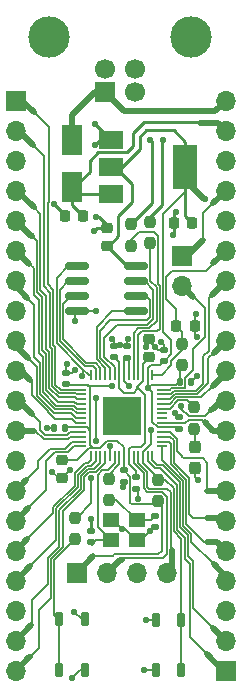
<source format=gbr>
%TF.GenerationSoftware,KiCad,Pcbnew,(6.0.11)*%
%TF.CreationDate,2024-02-23T21:15:20-06:00*%
%TF.ProjectId,PicoAlt,5069636f-416c-4742-9e6b-696361645f70,rev?*%
%TF.SameCoordinates,Original*%
%TF.FileFunction,Copper,L1,Top*%
%TF.FilePolarity,Positive*%
%FSLAX46Y46*%
G04 Gerber Fmt 4.6, Leading zero omitted, Abs format (unit mm)*
G04 Created by KiCad (PCBNEW (6.0.11)) date 2024-02-23 21:15:20*
%MOMM*%
%LPD*%
G01*
G04 APERTURE LIST*
G04 Aperture macros list*
%AMRoundRect*
0 Rectangle with rounded corners*
0 $1 Rounding radius*
0 $2 $3 $4 $5 $6 $7 $8 $9 X,Y pos of 4 corners*
0 Add a 4 corners polygon primitive as box body*
4,1,4,$2,$3,$4,$5,$6,$7,$8,$9,$2,$3,0*
0 Add four circle primitives for the rounded corners*
1,1,$1+$1,$2,$3*
1,1,$1+$1,$4,$5*
1,1,$1+$1,$6,$7*
1,1,$1+$1,$8,$9*
0 Add four rect primitives between the rounded corners*
20,1,$1+$1,$2,$3,$4,$5,0*
20,1,$1+$1,$4,$5,$6,$7,0*
20,1,$1+$1,$6,$7,$8,$9,0*
20,1,$1+$1,$8,$9,$2,$3,0*%
G04 Aperture macros list end*
%TA.AperFunction,SMDPad,CuDef*%
%ADD10R,1.400000X1.200000*%
%TD*%
%TA.AperFunction,SMDPad,CuDef*%
%ADD11RoundRect,0.140000X0.140000X0.170000X-0.140000X0.170000X-0.140000X-0.170000X0.140000X-0.170000X0*%
%TD*%
%TA.AperFunction,ComponentPad*%
%ADD12R,1.700000X1.700000*%
%TD*%
%TA.AperFunction,ComponentPad*%
%ADD13C,1.700000*%
%TD*%
%TA.AperFunction,ComponentPad*%
%ADD14C,3.500000*%
%TD*%
%TA.AperFunction,SMDPad,CuDef*%
%ADD15RoundRect,0.237500X-0.237500X0.250000X-0.237500X-0.250000X0.237500X-0.250000X0.237500X0.250000X0*%
%TD*%
%TA.AperFunction,SMDPad,CuDef*%
%ADD16RoundRect,0.225000X0.225000X0.250000X-0.225000X0.250000X-0.225000X-0.250000X0.225000X-0.250000X0*%
%TD*%
%TA.AperFunction,SMDPad,CuDef*%
%ADD17RoundRect,0.237500X0.237500X-0.250000X0.237500X0.250000X-0.237500X0.250000X-0.237500X-0.250000X0*%
%TD*%
%TA.AperFunction,SMDPad,CuDef*%
%ADD18RoundRect,0.140000X0.170000X-0.140000X0.170000X0.140000X-0.170000X0.140000X-0.170000X-0.140000X0*%
%TD*%
%TA.AperFunction,SMDPad,CuDef*%
%ADD19RoundRect,0.225000X0.250000X-0.225000X0.250000X0.225000X-0.250000X0.225000X-0.250000X-0.225000X0*%
%TD*%
%TA.AperFunction,SMDPad,CuDef*%
%ADD20R,2.000000X1.500000*%
%TD*%
%TA.AperFunction,SMDPad,CuDef*%
%ADD21R,2.000000X3.800000*%
%TD*%
%TA.AperFunction,ComponentPad*%
%ADD22O,1.700000X1.700000*%
%TD*%
%TA.AperFunction,SMDPad,CuDef*%
%ADD23R,1.800000X2.500000*%
%TD*%
%TA.AperFunction,SMDPad,CuDef*%
%ADD24RoundRect,0.162500X0.162500X-0.437500X0.162500X0.437500X-0.162500X0.437500X-0.162500X-0.437500X0*%
%TD*%
%TA.AperFunction,SMDPad,CuDef*%
%ADD25RoundRect,0.237500X0.237500X-0.287500X0.237500X0.287500X-0.237500X0.287500X-0.237500X-0.287500X0*%
%TD*%
%TA.AperFunction,SMDPad,CuDef*%
%ADD26RoundRect,0.140000X-0.140000X-0.170000X0.140000X-0.170000X0.140000X0.170000X-0.140000X0.170000X0*%
%TD*%
%TA.AperFunction,SMDPad,CuDef*%
%ADD27RoundRect,0.225000X-0.225000X-0.250000X0.225000X-0.250000X0.225000X0.250000X-0.225000X0.250000X0*%
%TD*%
%TA.AperFunction,SMDPad,CuDef*%
%ADD28RoundRect,0.150000X-0.825000X-0.150000X0.825000X-0.150000X0.825000X0.150000X-0.825000X0.150000X0*%
%TD*%
%TA.AperFunction,SMDPad,CuDef*%
%ADD29RoundRect,0.140000X-0.170000X0.140000X-0.170000X-0.140000X0.170000X-0.140000X0.170000X0.140000X0*%
%TD*%
%TA.AperFunction,SMDPad,CuDef*%
%ADD30RoundRect,0.050000X-0.387500X-0.050000X0.387500X-0.050000X0.387500X0.050000X-0.387500X0.050000X0*%
%TD*%
%TA.AperFunction,SMDPad,CuDef*%
%ADD31RoundRect,0.050000X-0.050000X-0.387500X0.050000X-0.387500X0.050000X0.387500X-0.050000X0.387500X0*%
%TD*%
%TA.AperFunction,SMDPad,CuDef*%
%ADD32R,3.200000X3.200000*%
%TD*%
%TA.AperFunction,SMDPad,CuDef*%
%ADD33RoundRect,0.225000X-0.250000X0.225000X-0.250000X-0.225000X0.250000X-0.225000X0.250000X0.225000X0*%
%TD*%
%TA.AperFunction,ViaPad*%
%ADD34C,0.550000*%
%TD*%
%TA.AperFunction,Conductor*%
%ADD35C,0.250000*%
%TD*%
%TA.AperFunction,Conductor*%
%ADD36C,0.130000*%
%TD*%
%TA.AperFunction,Conductor*%
%ADD37C,0.500000*%
%TD*%
G04 APERTURE END LIST*
D10*
%TO.P,Y1,1,1*%
%TO.N,Net-(C16-Pad2)*%
X147720000Y-115960000D03*
%TO.P,Y1,2,2*%
%TO.N,GND*%
X149920000Y-115960000D03*
%TO.P,Y1,3,3*%
%TO.N,Net-(C17-Pad2)*%
X149920000Y-114260000D03*
%TO.P,Y1,4,4*%
%TO.N,GND*%
X147720000Y-114260000D03*
%TD*%
D11*
%TO.P,C13,1*%
%TO.N,+3.3V*%
X143870000Y-106430000D03*
%TO.P,C13,2*%
%TO.N,GND*%
X142910000Y-106430000D03*
%TD*%
D12*
%TO.P,J2,1,VBUS*%
%TO.N,VBUS*%
X147290000Y-78040000D03*
D13*
%TO.P,J2,2,D-*%
%TO.N,Net-(J2-Pad2)*%
X149790000Y-78040000D03*
%TO.P,J2,3,D+*%
%TO.N,Net-(J2-Pad3)*%
X149790000Y-76040000D03*
%TO.P,J2,4,GND*%
%TO.N,GND*%
X147290000Y-76040000D03*
D14*
%TO.P,J2,5,Shield*%
X154560000Y-73330000D03*
X142520000Y-73330000D03*
%TD*%
D15*
%TO.P,R9,1*%
%TO.N,QSPISS*%
X144730000Y-114067500D03*
%TO.P,R9,2*%
%TO.N,Net-(R9-Pad2)*%
X144730000Y-115892500D03*
%TD*%
D16*
%TO.P,C12,1*%
%TO.N,+3.3V*%
X154635000Y-89130000D03*
%TO.P,C12,2*%
%TO.N,GND*%
X153085000Y-89130000D03*
%TD*%
D17*
%TO.P,R1,1*%
%TO.N,Net-(D1-Pad2)*%
X154820000Y-106532500D03*
%TO.P,R1,2*%
%TO.N,GPIO25*%
X154820000Y-104707500D03*
%TD*%
%TO.P,R3,1*%
%TO.N,USBP*%
X151040000Y-90802500D03*
%TO.P,R3,2*%
%TO.N,Net-(J2-Pad3)*%
X151040000Y-88977500D03*
%TD*%
D18*
%TO.P,C1,1*%
%TO.N,+3.3V*%
X149080000Y-100490000D03*
%TO.P,C1,2*%
%TO.N,GND*%
X149080000Y-99530000D03*
%TD*%
D19*
%TO.P,C10,1*%
%TO.N,+1V1*%
X150990000Y-100475000D03*
%TO.P,C10,2*%
%TO.N,GND*%
X150990000Y-98925000D03*
%TD*%
D15*
%TO.P,R6,1*%
%TO.N,RUN*%
X151720000Y-110817500D03*
%TO.P,R6,2*%
%TO.N,+3.3V*%
X151720000Y-112642500D03*
%TD*%
D20*
%TO.P,U1,1,GND*%
%TO.N,GND*%
X147730000Y-82050000D03*
%TO.P,U1,2,VO*%
%TO.N,+3.3V*%
X147730000Y-84350000D03*
D21*
X154030000Y-84350000D03*
D20*
%TO.P,U1,3,VI*%
%TO.N,+5V*%
X147730000Y-86650000D03*
%TD*%
D12*
%TO.P,J3,1,Pin_1*%
%TO.N,+3.3V*%
X144850000Y-118740000D03*
D22*
%TO.P,J3,2,Pin_2*%
%TO.N,Net-(J3-Pad2)*%
X147390000Y-118740000D03*
%TO.P,J3,3,Pin_3*%
%TO.N,GND*%
X149930000Y-118740000D03*
%TO.P,J3,4,Pin_4*%
%TO.N,Net-(J3-Pad4)*%
X152470000Y-118740000D03*
%TD*%
D16*
%TO.P,C4,1*%
%TO.N,+5V*%
X145385000Y-88470000D03*
%TO.P,C4,2*%
%TO.N,GND*%
X143835000Y-88470000D03*
%TD*%
D23*
%TO.P,D2,1,K*%
%TO.N,+5V*%
X144500000Y-86070000D03*
%TO.P,D2,2,A*%
%TO.N,VBUS*%
X144500000Y-82070000D03*
%TD*%
D15*
%TO.P,R7,1*%
%TO.N,ADCVREF*%
X153790000Y-99327500D03*
%TO.P,R7,2*%
%TO.N,+3.3V*%
X153790000Y-101152500D03*
%TD*%
D17*
%TO.P,R5,1*%
%TO.N,Net-(C17-Pad2)*%
X147590000Y-112562500D03*
%TO.P,R5,2*%
%TO.N,Net-(R5-Pad2)*%
X147590000Y-110737500D03*
%TD*%
D24*
%TO.P,SW1,1,1*%
%TO.N,GND*%
X151565000Y-126970000D03*
X151565000Y-122670000D03*
%TO.P,SW1,2,2*%
%TO.N,RUN*%
X153715000Y-122670000D03*
X153715000Y-126970000D03*
%TD*%
D25*
%TO.P,D1,1,K*%
%TO.N,GND*%
X154860000Y-109825000D03*
%TO.P,D1,2,A*%
%TO.N,Net-(D1-Pad2)*%
X154860000Y-108075000D03*
%TD*%
D26*
%TO.P,C8,1*%
%TO.N,+3.3V*%
X153570000Y-102530000D03*
%TO.P,C8,2*%
%TO.N,GND*%
X154530000Y-102530000D03*
%TD*%
D19*
%TO.P,C15,1*%
%TO.N,+3.3V*%
X147450000Y-91065000D03*
%TO.P,C15,2*%
%TO.N,GND*%
X147450000Y-89515000D03*
%TD*%
D27*
%TO.P,C18,1*%
%TO.N,ADCVREF*%
X153285000Y-97790000D03*
%TO.P,C18,2*%
%TO.N,GND*%
X154835000Y-97790000D03*
%TD*%
D12*
%TO.P,JP1,1,A*%
%TO.N,Net-(J5-Pad17)*%
X153740000Y-91850000D03*
D22*
%TO.P,JP1,2,B*%
%TO.N,GPIO29*%
X153740000Y-94390000D03*
%TD*%
D28*
%TO.P,U2,1,/CS*%
%TO.N,QSPISS*%
X144915000Y-92765000D03*
%TO.P,U2,2,DO(IO1)*%
%TO.N,QSPISD1*%
X144915000Y-94035000D03*
%TO.P,U2,3,IO2*%
%TO.N,QSPISD2*%
X144915000Y-95305000D03*
%TO.P,U2,4,GND*%
%TO.N,GND*%
X144915000Y-96575000D03*
%TO.P,U2,5,DI(IO0)*%
%TO.N,QSPISD0*%
X149865000Y-96575000D03*
%TO.P,U2,6,CLK*%
%TO.N,QSPICLK*%
X149865000Y-95305000D03*
%TO.P,U2,7,IO*%
%TO.N,QSPISD3*%
X149865000Y-94035000D03*
%TO.P,U2,8,VCC*%
%TO.N,+3.3V*%
X149865000Y-92765000D03*
%TD*%
D12*
%TO.P,J5,1,Pin_1*%
%TO.N,GPIO16*%
X157480000Y-127000000D03*
D22*
%TO.P,J5,2,Pin_2*%
%TO.N,GPIO17*%
X157480000Y-124460000D03*
%TO.P,J5,3,Pin_3*%
%TO.N,GND*%
X157480000Y-121920000D03*
%TO.P,J5,4,Pin_4*%
%TO.N,GPIO18*%
X157480000Y-119380000D03*
%TO.P,J5,5,Pin_5*%
%TO.N,GPIO19*%
X157480000Y-116840000D03*
%TO.P,J5,6,Pin_6*%
%TO.N,GPIO20*%
X157480000Y-114300000D03*
%TO.P,J5,7,Pin_7*%
%TO.N,GPIO21*%
X157480000Y-111760000D03*
%TO.P,J5,8,Pin_8*%
%TO.N,GND*%
X157480000Y-109220000D03*
%TO.P,J5,9,Pin_9*%
%TO.N,GPIO22*%
X157480000Y-106680000D03*
%TO.P,J5,10,Pin_10*%
%TO.N,RUN*%
X157480000Y-104140000D03*
%TO.P,J5,11,Pin_11*%
%TO.N,GPIO26*%
X157480000Y-101600000D03*
%TO.P,J5,12,Pin_12*%
%TO.N,GPIO27*%
X157480000Y-99060000D03*
%TO.P,J5,13,Pin_13*%
%TO.N,GND*%
X157480000Y-96520000D03*
%TO.P,J5,14,Pin_14*%
%TO.N,GPIO28*%
X157480000Y-93980000D03*
%TO.P,J5,15,Pin_15*%
%TO.N,ADCVREF*%
X157480000Y-91440000D03*
%TO.P,J5,16,Pin_16*%
%TO.N,+3.3V*%
X157480000Y-88900000D03*
%TO.P,J5,17,Pin_17*%
%TO.N,Net-(J5-Pad17)*%
X157480000Y-86360000D03*
%TO.P,J5,18,Pin_18*%
%TO.N,GND*%
X157480000Y-83820000D03*
%TO.P,J5,19,Pin_19*%
%TO.N,+5V*%
X157480000Y-81280000D03*
%TO.P,J5,20,Pin_20*%
%TO.N,VBUS*%
X157480000Y-78740000D03*
%TD*%
D15*
%TO.P,R4,1*%
%TO.N,Net-(J2-Pad2)*%
X149420000Y-89197500D03*
%TO.P,R4,2*%
%TO.N,USBM*%
X149420000Y-91022500D03*
%TD*%
D29*
%TO.P,C16,1*%
%TO.N,GND*%
X146060000Y-115170000D03*
%TO.P,C16,2*%
%TO.N,Net-(C16-Pad2)*%
X146060000Y-116130000D03*
%TD*%
D30*
%TO.P,U3,1,IOVDD*%
%TO.N,+3.3V*%
X145232500Y-102810000D03*
%TO.P,U3,2,GPIO0*%
%TO.N,GPIO0*%
X145232500Y-103210000D03*
%TO.P,U3,3,GPIO1*%
%TO.N,GPIO1*%
X145232500Y-103610000D03*
%TO.P,U3,4,GPIO2*%
%TO.N,GPIO2*%
X145232500Y-104010000D03*
%TO.P,U3,5,GPIO3*%
%TO.N,GPIO3*%
X145232500Y-104410000D03*
%TO.P,U3,6,GPIO4*%
%TO.N,GPIO4*%
X145232500Y-104810000D03*
%TO.P,U3,7,GPIO5*%
%TO.N,GPIO5*%
X145232500Y-105210000D03*
%TO.P,U3,8,GPIO6*%
%TO.N,GPIO6*%
X145232500Y-105610000D03*
%TO.P,U3,9,GPIO7*%
%TO.N,GPIO7*%
X145232500Y-106010000D03*
%TO.P,U3,10,IOVDD*%
%TO.N,+3.3V*%
X145232500Y-106410000D03*
%TO.P,U3,11,GPIO8*%
%TO.N,GPIO8*%
X145232500Y-106810000D03*
%TO.P,U3,12,GPIO9*%
%TO.N,GPIO9*%
X145232500Y-107210000D03*
%TO.P,U3,13,GPIO10*%
%TO.N,GPIO10*%
X145232500Y-107610000D03*
%TO.P,U3,14,GPIO11*%
%TO.N,GPIO11*%
X145232500Y-108010000D03*
D31*
%TO.P,U3,15,GPIO12*%
%TO.N,GPIO12*%
X146070000Y-108847500D03*
%TO.P,U3,16,GPIO13*%
%TO.N,GPIO13*%
X146470000Y-108847500D03*
%TO.P,U3,17,GPIO14*%
%TO.N,GPIO14*%
X146870000Y-108847500D03*
%TO.P,U3,18,GPIO15*%
%TO.N,GPIO15*%
X147270000Y-108847500D03*
%TO.P,U3,19,TESTEN*%
%TO.N,GND*%
X147670000Y-108847500D03*
%TO.P,U3,20,XIN*%
%TO.N,Net-(C16-Pad2)*%
X148070000Y-108847500D03*
%TO.P,U3,21,XOUT*%
%TO.N,Net-(R5-Pad2)*%
X148470000Y-108847500D03*
%TO.P,U3,22,IOVDD*%
%TO.N,+3.3V*%
X148870000Y-108847500D03*
%TO.P,U3,23,DVDD*%
%TO.N,+1V1*%
X149270000Y-108847500D03*
%TO.P,U3,24,SWCLK*%
%TO.N,Net-(J3-Pad2)*%
X149670000Y-108847500D03*
%TO.P,U3,25,SWD*%
%TO.N,Net-(J3-Pad4)*%
X150070000Y-108847500D03*
%TO.P,U3,26,RUN*%
%TO.N,RUN*%
X150470000Y-108847500D03*
%TO.P,U3,27,GPIO16*%
%TO.N,GPIO16*%
X150870000Y-108847500D03*
%TO.P,U3,28,GPIO17*%
%TO.N,GPIO17*%
X151270000Y-108847500D03*
D30*
%TO.P,U3,29,GPIO18*%
%TO.N,GPIO18*%
X152107500Y-108010000D03*
%TO.P,U3,30,GPIO19*%
%TO.N,GPIO19*%
X152107500Y-107610000D03*
%TO.P,U3,31,GPIO20*%
%TO.N,GPIO20*%
X152107500Y-107210000D03*
%TO.P,U3,32,GPIO21*%
%TO.N,GPIO21*%
X152107500Y-106810000D03*
%TO.P,U3,33,IOVDD*%
%TO.N,+3.3V*%
X152107500Y-106410000D03*
%TO.P,U3,34,GPIO22*%
%TO.N,GPIO22*%
X152107500Y-106010000D03*
%TO.P,U3,35,GPIO23*%
%TO.N,GPIO23*%
X152107500Y-105610000D03*
%TO.P,U3,36,GPIO24*%
%TO.N,GPIO24*%
X152107500Y-105210000D03*
%TO.P,U3,37,GPIO25*%
%TO.N,GPIO25*%
X152107500Y-104810000D03*
%TO.P,U3,38,GPIO26_ADC0*%
%TO.N,GPIO26*%
X152107500Y-104410000D03*
%TO.P,U3,39,GPIO27_ADC1*%
%TO.N,GPIO27*%
X152107500Y-104010000D03*
%TO.P,U3,40,GPIO28_ADC2*%
%TO.N,GPIO28*%
X152107500Y-103610000D03*
%TO.P,U3,41,GPIO29_ADC3*%
%TO.N,GPIO29*%
X152107500Y-103210000D03*
%TO.P,U3,42,IOVDD*%
%TO.N,+3.3V*%
X152107500Y-102810000D03*
D31*
%TO.P,U3,43,ADC_AVDD*%
%TO.N,ADCVREF*%
X151270000Y-101972500D03*
%TO.P,U3,44,VREG_IN*%
%TO.N,+3.3V*%
X150870000Y-101972500D03*
%TO.P,U3,45,VREG_VOUT*%
%TO.N,+1V1*%
X150470000Y-101972500D03*
%TO.P,U3,46,USB_DM*%
%TO.N,USBM*%
X150070000Y-101972500D03*
%TO.P,U3,47,USB_DP*%
%TO.N,USBP*%
X149670000Y-101972500D03*
%TO.P,U3,48,USB_VDD*%
%TO.N,+3.3V*%
X149270000Y-101972500D03*
%TO.P,U3,49,IOVDD*%
X148870000Y-101972500D03*
%TO.P,U3,50,DVDD*%
%TO.N,+1V1*%
X148470000Y-101972500D03*
%TO.P,U3,51,QSPI_SD3*%
%TO.N,QSPISD3*%
X148070000Y-101972500D03*
%TO.P,U3,52,QSPI_SCLK*%
%TO.N,QSPICLK*%
X147670000Y-101972500D03*
%TO.P,U3,53,QSPI_SD0*%
%TO.N,QSPISD0*%
X147270000Y-101972500D03*
%TO.P,U3,54,QSPI_SD2*%
%TO.N,QSPISD2*%
X146870000Y-101972500D03*
%TO.P,U3,55,QSPI_SD1*%
%TO.N,QSPISD1*%
X146470000Y-101972500D03*
%TO.P,U3,56,QSPI_SS*%
%TO.N,QSPISS*%
X146070000Y-101972500D03*
D32*
%TO.P,U3,57,GND*%
%TO.N,GND*%
X148670000Y-105410000D03*
%TD*%
D18*
%TO.P,C2,1*%
%TO.N,+3.3V*%
X143960000Y-102720000D03*
%TO.P,C2,2*%
%TO.N,GND*%
X143960000Y-101760000D03*
%TD*%
D24*
%TO.P,SW2,1,1*%
%TO.N,Net-(R9-Pad2)*%
X143375000Y-126960000D03*
X143375000Y-122660000D03*
%TO.P,SW2,2,2*%
%TO.N,GND*%
X145525000Y-122660000D03*
X145525000Y-126960000D03*
%TD*%
D18*
%TO.P,C3,1*%
%TO.N,+1V1*%
X148050000Y-100470000D03*
%TO.P,C3,2*%
%TO.N,GND*%
X148050000Y-99510000D03*
%TD*%
D29*
%TO.P,C9,1*%
%TO.N,+3.3V*%
X148850000Y-110040000D03*
%TO.P,C9,2*%
%TO.N,GND*%
X148850000Y-111000000D03*
%TD*%
D33*
%TO.P,C5,1*%
%TO.N,+3.3V*%
X143600000Y-109155000D03*
%TO.P,C5,2*%
%TO.N,GND*%
X143600000Y-110705000D03*
%TD*%
D18*
%TO.P,C11,1*%
%TO.N,+3.3V*%
X153500000Y-106510000D03*
%TO.P,C11,2*%
%TO.N,GND*%
X153500000Y-105550000D03*
%TD*%
%TO.P,C17,1*%
%TO.N,GND*%
X151500000Y-114840000D03*
%TO.P,C17,2*%
%TO.N,Net-(C17-Pad2)*%
X151500000Y-113880000D03*
%TD*%
D29*
%TO.P,C7,1*%
%TO.N,+1V1*%
X149900000Y-110620000D03*
%TO.P,C7,2*%
%TO.N,GND*%
X149900000Y-111580000D03*
%TD*%
D12*
%TO.P,J4,1,Pin_1*%
%TO.N,GPIO0*%
X139700000Y-78740000D03*
D22*
%TO.P,J4,2,Pin_2*%
%TO.N,GPIO1*%
X139700000Y-81280000D03*
%TO.P,J4,3,Pin_3*%
%TO.N,GND*%
X139700000Y-83820000D03*
%TO.P,J4,4,Pin_4*%
%TO.N,GPIO2*%
X139700000Y-86360000D03*
%TO.P,J4,5,Pin_5*%
%TO.N,GPIO3*%
X139700000Y-88900000D03*
%TO.P,J4,6,Pin_6*%
%TO.N,GPIO4*%
X139700000Y-91440000D03*
%TO.P,J4,7,Pin_7*%
%TO.N,GPIO5*%
X139700000Y-93980000D03*
%TO.P,J4,8,Pin_8*%
%TO.N,GND*%
X139700000Y-96520000D03*
%TO.P,J4,9,Pin_9*%
%TO.N,GPIO6*%
X139700000Y-99060000D03*
%TO.P,J4,10,Pin_10*%
%TO.N,GPIO7*%
X139700000Y-101600000D03*
%TO.P,J4,11,Pin_11*%
%TO.N,GPIO8*%
X139700000Y-104140000D03*
%TO.P,J4,12,Pin_12*%
%TO.N,GPIO9*%
X139700000Y-106680000D03*
%TO.P,J4,13,Pin_13*%
%TO.N,GND*%
X139700000Y-109220000D03*
%TO.P,J4,14,Pin_14*%
%TO.N,GPIO10*%
X139700000Y-111760000D03*
%TO.P,J4,15,Pin_15*%
%TO.N,GPIO11*%
X139700000Y-114300000D03*
%TO.P,J4,16,Pin_16*%
%TO.N,GPIO12*%
X139700000Y-116840000D03*
%TO.P,J4,17,Pin_17*%
%TO.N,GPIO13*%
X139700000Y-119380000D03*
%TO.P,J4,18,Pin_18*%
%TO.N,GND*%
X139700000Y-121920000D03*
%TO.P,J4,19,Pin_19*%
%TO.N,GPIO14*%
X139700000Y-124460000D03*
%TO.P,J4,20,Pin_20*%
%TO.N,GPIO15*%
X139700000Y-127000000D03*
%TD*%
D18*
%TO.P,C6,1*%
%TO.N,+3.3V*%
X152270000Y-100780000D03*
%TO.P,C6,2*%
%TO.N,GND*%
X152270000Y-99820000D03*
%TD*%
D34*
%TO.N,GND*%
X148670000Y-105410000D03*
%TO.N,+3.3V*%
X147860000Y-102900000D03*
X149310000Y-102900000D03*
X155700000Y-87080000D03*
X150870000Y-103100000D03*
%TO.N,GND*%
X148690000Y-115000000D03*
X151080000Y-115210000D03*
X146050000Y-114160000D03*
X146410000Y-80680000D03*
X144710000Y-101520000D03*
X144470000Y-127630000D03*
X150060000Y-112430000D03*
X142320000Y-106420000D03*
X149800000Y-104220000D03*
X155000000Y-98730000D03*
X153270000Y-88160000D03*
X155100000Y-110830000D03*
X153040000Y-90130000D03*
X144040000Y-101010000D03*
X147660000Y-108020000D03*
X142780000Y-110140000D03*
X152000000Y-99170000D03*
X149840000Y-105360000D03*
X148550000Y-99450000D03*
X142940000Y-87530000D03*
X147850000Y-98890000D03*
X146460000Y-88550000D03*
X144270000Y-109970000D03*
X146400000Y-82500000D03*
X150540000Y-126970000D03*
X146360000Y-89750000D03*
X150700000Y-99560000D03*
X150750000Y-122670000D03*
X149160000Y-98900000D03*
X154950000Y-96820000D03*
X147510000Y-104180000D03*
X151480000Y-99560000D03*
X155050000Y-102040000D03*
X153210000Y-105170000D03*
X149960000Y-106740000D03*
X144680000Y-97360000D03*
X147380000Y-105360000D03*
X147330000Y-106660000D03*
X146520000Y-96580000D03*
X148750000Y-111480000D03*
X144640000Y-122030000D03*
%TO.N,Net-(J2-Pad2)*%
X151090000Y-82030000D03*
%TO.N,Net-(J2-Pad3)*%
X152160000Y-82030000D03*
%TO.N,RUN*%
X151180000Y-106660000D03*
X153720000Y-104630000D03*
%TO.N,QSPISS*%
X145310000Y-102020000D03*
X146510000Y-107560000D03*
X146530000Y-103920000D03*
X146070000Y-110700000D03*
%TD*%
D35*
%TO.N,Net-(J2-Pad3)*%
X151040000Y-88550000D02*
X151040000Y-88977500D01*
X152050000Y-82140000D02*
X152050000Y-87540000D01*
X152160000Y-82030000D02*
X152050000Y-82140000D01*
X152050000Y-87540000D02*
X151040000Y-88550000D01*
%TO.N,GND*%
X146850000Y-82050000D02*
X147730000Y-82050000D01*
X146400000Y-82500000D02*
X146850000Y-82050000D01*
X146410000Y-80680000D02*
X146410000Y-80730000D01*
X146410000Y-80730000D02*
X147730000Y-82050000D01*
%TO.N,+5V*%
X144650000Y-86070000D02*
X144500000Y-86070000D01*
X145950000Y-84770000D02*
X144650000Y-86070000D01*
X149620000Y-82600000D02*
X149100000Y-83120000D01*
X149620000Y-81480000D02*
X149620000Y-82600000D01*
X145950000Y-83830000D02*
X145950000Y-84770000D01*
X150550000Y-80550000D02*
X149620000Y-81480000D01*
X155220000Y-80550000D02*
X150550000Y-80550000D01*
X149100000Y-83120000D02*
X146660000Y-83120000D01*
X155260000Y-80590000D02*
X155220000Y-80550000D01*
X146660000Y-83120000D02*
X145950000Y-83830000D01*
D36*
%TO.N,+1V1*%
X149970000Y-103190000D02*
X149970000Y-102960000D01*
X149710000Y-103450000D02*
X149970000Y-103190000D01*
X148890000Y-103450000D02*
X149710000Y-103450000D01*
X148470000Y-103030000D02*
X148890000Y-103450000D01*
X148470000Y-101972500D02*
X148470000Y-103030000D01*
D37*
%TO.N,GPIO9*%
X139700000Y-106680000D02*
X141220000Y-106680000D01*
%TO.N,GPIO8*%
X139930000Y-104140000D02*
X139700000Y-104140000D01*
X141100000Y-105310000D02*
X139930000Y-104140000D01*
D36*
X144053762Y-107030000D02*
X144273762Y-106810000D01*
X141770000Y-106600000D02*
X142200000Y-107030000D01*
X142200000Y-107030000D02*
X144053762Y-107030000D01*
X141770000Y-105980000D02*
X141770000Y-106600000D01*
X141100000Y-105310000D02*
X141770000Y-105980000D01*
X144273762Y-106810000D02*
X145232500Y-106810000D01*
%TO.N,GPIO6*%
X144830000Y-105610000D02*
X145232500Y-105610000D01*
X141500000Y-103720000D02*
X142970000Y-105190000D01*
X140730000Y-100500000D02*
X141500000Y-101270000D01*
X141500000Y-101270000D02*
X141500000Y-103720000D01*
D37*
X140730000Y-100500000D02*
X139700000Y-99470000D01*
X139700000Y-99470000D02*
X139700000Y-99060000D01*
D36*
X142970000Y-105190000D02*
X144410000Y-105190000D01*
X144410000Y-105190000D02*
X144830000Y-105610000D01*
%TO.N,GPIO5*%
X144848518Y-105210000D02*
X145232500Y-105210000D01*
X144458518Y-104820000D02*
X144848518Y-105210000D01*
X143010000Y-104820000D02*
X144458518Y-104820000D01*
X141240000Y-100450000D02*
X141760000Y-100970000D01*
X141760000Y-103570000D02*
X143010000Y-104820000D01*
X141240000Y-96000000D02*
X141240000Y-100450000D01*
D37*
X139700000Y-94460000D02*
X139700000Y-93980000D01*
X140690000Y-95450000D02*
X139700000Y-94460000D01*
D36*
X141760000Y-100970000D02*
X141760000Y-103570000D01*
X140690000Y-95450000D02*
X141240000Y-96000000D01*
D37*
%TO.N,GPIO3*%
X141040000Y-90200000D02*
X140660000Y-89820000D01*
X141040000Y-90220000D02*
X141040000Y-90200000D01*
X139700000Y-88900000D02*
X141020000Y-90220000D01*
X141020000Y-90220000D02*
X141040000Y-90220000D01*
%TO.N,GPIO2*%
X139800000Y-86360000D02*
X139700000Y-86360000D01*
D36*
X144848518Y-104010000D02*
X145232500Y-104010000D01*
X144708518Y-103870000D02*
X144848518Y-104010000D01*
X143362304Y-103870000D02*
X144708518Y-103870000D01*
X142540000Y-103047696D02*
X143362304Y-103870000D01*
X142280000Y-95270000D02*
X142280000Y-99750000D01*
X141770000Y-94760000D02*
X142280000Y-95270000D01*
X141770000Y-88330000D02*
X141770000Y-94760000D01*
D37*
X141200000Y-87760000D02*
X139800000Y-86360000D01*
D36*
X142280000Y-99750000D02*
X142540000Y-100010000D01*
X141200000Y-87760000D02*
X141770000Y-88330000D01*
X142540000Y-100010000D02*
X142540000Y-103047696D01*
D37*
%TO.N,GPIO1*%
X139940000Y-81280000D02*
X139700000Y-81280000D01*
X141180000Y-82520000D02*
X139940000Y-81280000D01*
D36*
X144848518Y-103610000D02*
X145232500Y-103610000D01*
X144718518Y-103480000D02*
X144848518Y-103610000D01*
X143340000Y-103480000D02*
X144718518Y-103480000D01*
X142800000Y-102940000D02*
X143340000Y-103480000D01*
X142800000Y-99724608D02*
X142800000Y-102940000D01*
X142070000Y-94470000D02*
X142630000Y-95030000D01*
X142630000Y-99554608D02*
X142800000Y-99724608D01*
X142070000Y-83440000D02*
X142070000Y-94470000D01*
X141180000Y-82520000D02*
X142050000Y-83390000D01*
X142050000Y-83420000D02*
X142070000Y-83440000D01*
X142630000Y-95030000D02*
X142630000Y-99554608D01*
X142050000Y-83390000D02*
X142050000Y-83420000D01*
D37*
%TO.N,VBUS*%
X146440000Y-78040000D02*
X147290000Y-78040000D01*
X144500000Y-79980000D02*
X146440000Y-78040000D01*
X144500000Y-82070000D02*
X144500000Y-79980000D01*
X148880000Y-79630000D02*
X147290000Y-78040000D01*
D36*
%TO.N,GND*%
X147510000Y-104250000D02*
X148670000Y-105410000D01*
X147510000Y-104180000D02*
X147510000Y-104250000D01*
D35*
%TO.N,+3.3V*%
X154030000Y-82230000D02*
X154030000Y-84350000D01*
D36*
X148300000Y-107530000D02*
X147450000Y-107530000D01*
X154030000Y-86440000D02*
X154030000Y-84350000D01*
X148870000Y-108100000D02*
X148300000Y-107530000D01*
X152160000Y-98310000D02*
X152160000Y-88310000D01*
X149500000Y-112920000D02*
X149375000Y-112795000D01*
D35*
X148390000Y-90240000D02*
X148390000Y-88480000D01*
D36*
X148870000Y-110020000D02*
X148850000Y-110040000D01*
X147910000Y-117260000D02*
X148050000Y-117120000D01*
D35*
X150210000Y-82870000D02*
X150210000Y-81810000D01*
D36*
X153290000Y-102810000D02*
X153570000Y-102530000D01*
X153400000Y-106410000D02*
X153500000Y-106510000D01*
X146000000Y-106730000D02*
X146000000Y-106680000D01*
X145232500Y-102810000D02*
X143970000Y-102810000D01*
X151210000Y-105910000D02*
X151710000Y-106410000D01*
X148870000Y-108847500D02*
X148870000Y-108100000D01*
X151210000Y-103440000D02*
X151210000Y-105910000D01*
D37*
X154030000Y-85440000D02*
X154030000Y-84350000D01*
X155700000Y-87080000D02*
X155670000Y-87080000D01*
D36*
X145730000Y-102810000D02*
X145232500Y-102810000D01*
D35*
X148390000Y-88480000D02*
X149510000Y-87360000D01*
D36*
X150870000Y-103100000D02*
X150870000Y-101972500D01*
X146870000Y-108110000D02*
X146220000Y-108110000D01*
D35*
X147565000Y-91065000D02*
X148390000Y-90240000D01*
X149510000Y-87360000D02*
X149510000Y-85770000D01*
D36*
X145916482Y-108110000D02*
X144871482Y-109155000D01*
X144871482Y-109155000D02*
X143600000Y-109155000D01*
X153570000Y-102530000D02*
X153570000Y-101372500D01*
X150870000Y-103100000D02*
X151160000Y-102810000D01*
X151120000Y-101140000D02*
X151910000Y-101140000D01*
X151442500Y-112920000D02*
X149500000Y-112920000D01*
X150870000Y-101390000D02*
X151120000Y-101140000D01*
D37*
X155670000Y-87080000D02*
X154030000Y-85440000D01*
D36*
X147450000Y-107530000D02*
X146870000Y-108110000D01*
D35*
X147450000Y-91065000D02*
X147565000Y-91065000D01*
D36*
X152070000Y-112992500D02*
X151720000Y-112642500D01*
X152107500Y-102810000D02*
X153290000Y-102810000D01*
X153570000Y-101372500D02*
X153790000Y-101152500D01*
X148050000Y-117120000D02*
X151780000Y-117120000D01*
X151780000Y-117120000D02*
X152070000Y-116830000D01*
X146000000Y-107890000D02*
X146000000Y-106730000D01*
X152070000Y-116830000D02*
X152070000Y-112992500D01*
X146330000Y-117260000D02*
X147910000Y-117260000D01*
X148870000Y-108847500D02*
X148870000Y-110020000D01*
D35*
X149510000Y-85770000D02*
X148090000Y-84350000D01*
D36*
X152880000Y-100220000D02*
X152880000Y-99030000D01*
X151720000Y-112642500D02*
X151442500Y-112920000D01*
D35*
X148090000Y-84350000D02*
X147730000Y-84350000D01*
D36*
X152107500Y-106410000D02*
X153400000Y-106410000D01*
X146220000Y-108110000D02*
X146000000Y-107890000D01*
D35*
X153060000Y-81260000D02*
X154030000Y-82230000D01*
X154030000Y-88525000D02*
X154030000Y-84350000D01*
D36*
X151710000Y-106410000D02*
X152107500Y-106410000D01*
D37*
X144850000Y-118710000D02*
X146250000Y-117310000D01*
D36*
X152160000Y-88310000D02*
X154030000Y-86440000D01*
X146000000Y-106730000D02*
X145970000Y-106700000D01*
X150870000Y-103100000D02*
X151210000Y-103440000D01*
X150870000Y-101972500D02*
X150870000Y-101390000D01*
X143970000Y-102810000D02*
X143930000Y-102770000D01*
D35*
X150210000Y-81810000D02*
X150760000Y-81260000D01*
D37*
X144850000Y-118740000D02*
X144850000Y-118710000D01*
D35*
X148730000Y-84350000D02*
X150210000Y-82870000D01*
D36*
X145232500Y-106410000D02*
X143890000Y-106410000D01*
X145970000Y-103000000D02*
X145780000Y-102810000D01*
X152320000Y-100780000D02*
X152880000Y-100220000D01*
D35*
X150760000Y-81260000D02*
X153060000Y-81260000D01*
D36*
X148870000Y-101972500D02*
X148870000Y-100700000D01*
X145970000Y-106700000D02*
X145970000Y-103000000D01*
X151160000Y-102810000D02*
X152107500Y-102810000D01*
X149310000Y-102900000D02*
X148870000Y-102460000D01*
D35*
X147730000Y-84350000D02*
X148730000Y-84350000D01*
D36*
X152270000Y-100780000D02*
X152320000Y-100780000D01*
X149270000Y-100680000D02*
X149080000Y-100490000D01*
D35*
X154635000Y-89130000D02*
X154030000Y-88525000D01*
D36*
X151910000Y-101140000D02*
X152270000Y-100780000D01*
X146000000Y-106680000D02*
X145730000Y-106410000D01*
X149375000Y-110565000D02*
X148850000Y-110040000D01*
X149270000Y-101972500D02*
X149270000Y-100680000D01*
X143890000Y-106410000D02*
X143870000Y-106430000D01*
X145730000Y-106410000D02*
X145232500Y-106410000D01*
D35*
X149150000Y-92765000D02*
X147450000Y-91065000D01*
D36*
X148870000Y-102460000D02*
X148870000Y-101972500D01*
X145780000Y-102810000D02*
X145730000Y-102810000D01*
X149375000Y-112795000D02*
X149375000Y-110565000D01*
X145820000Y-102900000D02*
X145730000Y-102810000D01*
X148870000Y-100700000D02*
X149080000Y-100490000D01*
X147860000Y-102900000D02*
X145820000Y-102900000D01*
D35*
X149865000Y-92765000D02*
X149150000Y-92765000D01*
D36*
X146220000Y-108110000D02*
X145916482Y-108110000D01*
X152880000Y-99030000D02*
X152160000Y-98310000D01*
%TO.N,GND*%
X145270000Y-122660000D02*
X144640000Y-122030000D01*
X148960000Y-115000000D02*
X149920000Y-115960000D01*
X150060000Y-112430000D02*
X150060000Y-111740000D01*
X145140000Y-126960000D02*
X144470000Y-127630000D01*
D35*
X143835000Y-88470000D02*
X143835000Y-88425000D01*
D36*
X155050000Y-102040000D02*
X154560000Y-102530000D01*
X149790000Y-105410000D02*
X149840000Y-105360000D01*
X149080000Y-98980000D02*
X149160000Y-98900000D01*
X150990000Y-99070000D02*
X151480000Y-99560000D01*
X149960000Y-106700000D02*
X149960000Y-106740000D01*
X151080000Y-115210000D02*
X150330000Y-115960000D01*
D35*
X153085000Y-89130000D02*
X153085000Y-90085000D01*
D36*
X148850000Y-111380000D02*
X148750000Y-111480000D01*
X148050000Y-99510000D02*
X148490000Y-99510000D01*
D35*
X146360000Y-89750000D02*
X146595000Y-89515000D01*
D36*
X153500000Y-105460000D02*
X153210000Y-105170000D01*
X150990000Y-98925000D02*
X150990000Y-99070000D01*
X145525000Y-126960000D02*
X145140000Y-126960000D01*
D35*
X146460000Y-88550000D02*
X146770000Y-88550000D01*
D36*
X152270000Y-99820000D02*
X152270000Y-99440000D01*
X144920000Y-96580000D02*
X144915000Y-96575000D01*
D35*
X147450000Y-89230000D02*
X147450000Y-89515000D01*
D36*
X149080000Y-99530000D02*
X149080000Y-98980000D01*
X143600000Y-110705000D02*
X143600000Y-110640000D01*
X154560000Y-102530000D02*
X154530000Y-102530000D01*
X148850000Y-111000000D02*
X148850000Y-111380000D01*
X150060000Y-111740000D02*
X149900000Y-111580000D01*
X148690000Y-115000000D02*
X148960000Y-115000000D01*
X142910000Y-106430000D02*
X142330000Y-106430000D01*
X143960000Y-101090000D02*
X144040000Y-101010000D01*
X146520000Y-96580000D02*
X144920000Y-96580000D01*
D35*
X146770000Y-88550000D02*
X147450000Y-89230000D01*
D36*
X142330000Y-106430000D02*
X142320000Y-106420000D01*
X144470000Y-101760000D02*
X144710000Y-101520000D01*
X151740000Y-99820000D02*
X151480000Y-99560000D01*
X144680000Y-96810000D02*
X144915000Y-96575000D01*
X154835000Y-97790000D02*
X154835000Y-98565000D01*
X154860000Y-109825000D02*
X154860000Y-110590000D01*
X150330000Y-115960000D02*
X149920000Y-115960000D01*
X148490000Y-99510000D02*
X148550000Y-99450000D01*
X149080000Y-99530000D02*
X148630000Y-99530000D01*
X150750000Y-122670000D02*
X151565000Y-122670000D01*
X154860000Y-110590000D02*
X155100000Y-110830000D01*
X148670000Y-105410000D02*
X149960000Y-106700000D01*
D35*
X146050000Y-114160000D02*
X146060000Y-114170000D01*
X143835000Y-88425000D02*
X142940000Y-87530000D01*
D36*
X147670000Y-108847500D02*
X147670000Y-108030000D01*
X147720000Y-114260000D02*
X147950000Y-114260000D01*
D35*
X153085000Y-88345000D02*
X153270000Y-88160000D01*
D36*
X148630000Y-99530000D02*
X148550000Y-99450000D01*
X148670000Y-105410000D02*
X149790000Y-105410000D01*
X148620000Y-105360000D02*
X147380000Y-105360000D01*
D35*
X146595000Y-89515000D02*
X147450000Y-89515000D01*
D36*
X154835000Y-98565000D02*
X155000000Y-98730000D01*
D35*
X153085000Y-89130000D02*
X153085000Y-88345000D01*
D36*
X148050000Y-99510000D02*
X148050000Y-99090000D01*
X153500000Y-105550000D02*
X153500000Y-105460000D01*
X152270000Y-99440000D02*
X152000000Y-99170000D01*
X143345000Y-110705000D02*
X142780000Y-110140000D01*
X147950000Y-114260000D02*
X148690000Y-115000000D01*
X150990000Y-98925000D02*
X150990000Y-99270000D01*
D35*
X146060000Y-114170000D02*
X146060000Y-115170000D01*
D36*
X150540000Y-126970000D02*
X151565000Y-126970000D01*
X148670000Y-105410000D02*
X148670000Y-105350000D01*
X154835000Y-96935000D02*
X154950000Y-96820000D01*
X151450000Y-114840000D02*
X151080000Y-115210000D01*
X147670000Y-108030000D02*
X147660000Y-108020000D01*
X150990000Y-99270000D02*
X150700000Y-99560000D01*
X143960000Y-101760000D02*
X143960000Y-101090000D01*
D35*
X153085000Y-90085000D02*
X153040000Y-90130000D01*
D36*
X144680000Y-97360000D02*
X144680000Y-96810000D01*
X148050000Y-99090000D02*
X147850000Y-98890000D01*
X143600000Y-110640000D02*
X144270000Y-109970000D01*
X148580000Y-105410000D02*
X147330000Y-106660000D01*
X143600000Y-110705000D02*
X143345000Y-110705000D01*
X143960000Y-101760000D02*
X144470000Y-101760000D01*
X148670000Y-105410000D02*
X148580000Y-105410000D01*
X152270000Y-99820000D02*
X151740000Y-99820000D01*
X148670000Y-105350000D02*
X149800000Y-104220000D01*
X151500000Y-114840000D02*
X151450000Y-114840000D01*
X145525000Y-122660000D02*
X145270000Y-122660000D01*
X148670000Y-105410000D02*
X148620000Y-105360000D01*
X154835000Y-97790000D02*
X154835000Y-96935000D01*
%TO.N,+1V1*%
X149270000Y-109460000D02*
X149900000Y-110090000D01*
X149440000Y-108070000D02*
X150270000Y-108070000D01*
X149970000Y-102960000D02*
X150460000Y-102470000D01*
X150460000Y-102470000D02*
X150460000Y-101982500D01*
X150470000Y-101972500D02*
X150470000Y-100995000D01*
X150270000Y-108070000D02*
X150640000Y-107700000D01*
X150640000Y-107700000D02*
X150640000Y-103630000D01*
X148470000Y-101972500D02*
X148470000Y-100890000D01*
X149900000Y-110090000D02*
X149900000Y-110620000D01*
X149970000Y-102960000D02*
X150640000Y-103630000D01*
X149270000Y-108847500D02*
X149270000Y-109460000D01*
X149270000Y-108847500D02*
X149270000Y-108240000D01*
X149270000Y-108240000D02*
X149440000Y-108070000D01*
X150470000Y-100995000D02*
X150990000Y-100475000D01*
X148470000Y-100890000D02*
X148050000Y-100470000D01*
X150460000Y-101982500D02*
X150470000Y-101972500D01*
D37*
%TO.N,+5V*%
X155260000Y-80590000D02*
X155280000Y-80610000D01*
D35*
X144500000Y-87585000D02*
X144500000Y-86070000D01*
X147730000Y-86650000D02*
X145080000Y-86650000D01*
D37*
X156810000Y-80610000D02*
X157480000Y-81280000D01*
X155280000Y-80610000D02*
X156810000Y-80610000D01*
D35*
X145385000Y-88470000D02*
X144500000Y-87585000D01*
X145080000Y-86650000D02*
X144500000Y-86070000D01*
D36*
%TO.N,Net-(C16-Pad2)*%
X147040000Y-110020000D02*
X146630000Y-110430000D01*
X147470000Y-110020000D02*
X147040000Y-110020000D01*
X147720000Y-115960000D02*
X146520000Y-115960000D01*
X148070000Y-109420000D02*
X147470000Y-110020000D01*
X146520000Y-115960000D02*
X146160000Y-116320000D01*
X146630000Y-110430000D02*
X146630000Y-114870000D01*
X148070000Y-108847500D02*
X148070000Y-109420000D01*
X146630000Y-114870000D02*
X147720000Y-115960000D01*
%TO.N,Net-(C17-Pad2)*%
X147590000Y-112562500D02*
X148222500Y-112562500D01*
X151500000Y-113880000D02*
X151120000Y-114260000D01*
X148222500Y-112562500D02*
X149920000Y-114260000D01*
X151120000Y-114260000D02*
X149920000Y-114260000D01*
%TO.N,ADCVREF*%
X152440000Y-95500000D02*
X152440000Y-93640000D01*
X153790000Y-98295000D02*
X153285000Y-97790000D01*
X153790000Y-99327500D02*
X153790000Y-98295000D01*
X153285000Y-96345000D02*
X152440000Y-95500000D01*
X155800000Y-93120000D02*
X156390000Y-92530000D01*
D37*
X157480000Y-91440000D02*
X156400000Y-92520000D01*
D36*
X152960000Y-93120000D02*
X155800000Y-93120000D01*
X156390000Y-92530000D02*
X156390000Y-92520000D01*
X151270000Y-101972500D02*
X152047500Y-101972500D01*
X152880000Y-101140000D02*
X152880000Y-100780000D01*
X152440000Y-93640000D02*
X152960000Y-93120000D01*
X152047500Y-101972500D02*
X152880000Y-101140000D01*
D37*
X156400000Y-92520000D02*
X156390000Y-92520000D01*
D36*
X153790000Y-99870000D02*
X153790000Y-99327500D01*
X153285000Y-97790000D02*
X153285000Y-96345000D01*
X152880000Y-100780000D02*
X153790000Y-99870000D01*
D37*
%TO.N,VBUS*%
X157480000Y-78740000D02*
X156590000Y-79630000D01*
X156590000Y-79630000D02*
X148880000Y-79630000D01*
D35*
%TO.N,Net-(J2-Pad2)*%
X151220000Y-82160000D02*
X151220000Y-87397500D01*
X151090000Y-82030000D02*
X151220000Y-82160000D01*
X151220000Y-87397500D02*
X149420000Y-89197500D01*
D37*
%TO.N,GPIO0*%
X139700000Y-78740000D02*
X140240000Y-78740000D01*
D36*
X143490000Y-103210000D02*
X143060000Y-102780000D01*
X142450000Y-87327035D02*
X142470000Y-87307035D01*
X142470000Y-87307035D02*
X142470000Y-80970000D01*
X145232500Y-103210000D02*
X143490000Y-103210000D01*
X143060000Y-99616912D02*
X142890000Y-99446912D01*
X143060000Y-102780000D02*
X143060000Y-99616912D01*
X142890000Y-99446912D02*
X142890000Y-94730000D01*
X142890000Y-94730000D02*
X142450000Y-94290000D01*
X142470000Y-80970000D02*
X141200000Y-79700000D01*
X142450000Y-94290000D02*
X142450000Y-87327035D01*
D37*
X140240000Y-78740000D02*
X141200000Y-79700000D01*
D36*
%TO.N,GPIO3*%
X142280000Y-103250000D02*
X142280000Y-100160000D01*
X141510000Y-94950000D02*
X141510000Y-90620000D01*
X144658518Y-104220000D02*
X143250000Y-104220000D01*
X142280000Y-100160000D02*
X141960000Y-99840000D01*
X140710000Y-89820000D02*
X140660000Y-89820000D01*
X144848518Y-104410000D02*
X144658518Y-104220000D01*
X145232500Y-104410000D02*
X144848518Y-104410000D01*
X143250000Y-104220000D02*
X142280000Y-103250000D01*
X141510000Y-90620000D02*
X140710000Y-89820000D01*
X141960000Y-95400000D02*
X141510000Y-94950000D01*
X141960000Y-99840000D02*
X141960000Y-95400000D01*
%TO.N,GPIO4*%
X143140000Y-104560000D02*
X142020000Y-103440000D01*
X144848518Y-104810000D02*
X144598518Y-104560000D01*
X141230000Y-95200000D02*
X141230000Y-92940000D01*
X141230000Y-92940000D02*
X140820000Y-92530000D01*
X142020000Y-103440000D02*
X142020000Y-100470000D01*
D37*
X139700000Y-91440000D02*
X140790000Y-92530000D01*
X140790000Y-92530000D02*
X140820000Y-92530000D01*
D36*
X141660000Y-95630000D02*
X141230000Y-95200000D01*
X144598518Y-104560000D02*
X143140000Y-104560000D01*
X145232500Y-104810000D02*
X144848518Y-104810000D01*
X141660000Y-100110000D02*
X141660000Y-95630000D01*
X142020000Y-100470000D02*
X141660000Y-100110000D01*
%TO.N,GPIO7*%
X145232500Y-106010000D02*
X144790000Y-106010000D01*
X144430000Y-105650000D02*
X143020000Y-105650000D01*
X142440000Y-105070000D02*
X142440000Y-105027696D01*
X144790000Y-106010000D02*
X144430000Y-105650000D01*
D37*
X139700000Y-101600000D02*
X140150000Y-101600000D01*
D36*
X143020000Y-105650000D02*
X142440000Y-105070000D01*
X142440000Y-105027696D02*
X141110000Y-103697696D01*
D37*
X140150000Y-101600000D02*
X140920000Y-102370000D01*
D36*
X141110000Y-103697696D02*
X141110000Y-102560000D01*
X141110000Y-102560000D02*
X140920000Y-102370000D01*
%TO.N,GPIO9*%
X144110000Y-107420000D02*
X142050000Y-107420000D01*
X142050000Y-107420000D02*
X141310000Y-106680000D01*
X144320000Y-107210000D02*
X144110000Y-107420000D01*
X145232500Y-107210000D02*
X144320000Y-107210000D01*
%TO.N,GPIO10*%
X142560000Y-108250000D02*
X141570000Y-109240000D01*
X140930000Y-110490000D02*
X140590000Y-110830000D01*
X141570000Y-109860000D02*
X140940000Y-110490000D01*
D37*
X139700000Y-111760000D02*
X140590000Y-110870000D01*
D36*
X141570000Y-109240000D02*
X141570000Y-109860000D01*
D37*
X140590000Y-110870000D02*
X140590000Y-110830000D01*
D36*
X140940000Y-110490000D02*
X140930000Y-110490000D01*
X145232500Y-107610000D02*
X144470000Y-107610000D01*
X144470000Y-107610000D02*
X143830000Y-108250000D01*
X143830000Y-108250000D02*
X142560000Y-108250000D01*
%TO.N,GPIO11*%
X144640000Y-108010000D02*
X144140000Y-108510000D01*
X144140000Y-108510000D02*
X142990000Y-108510000D01*
X142290000Y-111710000D02*
X140740000Y-113260000D01*
X142990000Y-108510000D02*
X142290000Y-109210000D01*
X142290000Y-109210000D02*
X142290000Y-111710000D01*
D37*
X139700000Y-114300000D02*
X140740000Y-113260000D01*
D36*
X145232500Y-108010000D02*
X144640000Y-108010000D01*
%TO.N,GPIO12*%
X146070000Y-108847500D02*
X146070000Y-109150000D01*
X145830000Y-109390000D02*
X145583947Y-109390000D01*
D37*
X140680000Y-115860000D02*
X140680000Y-115850000D01*
D36*
X142860000Y-113152304D02*
X142860000Y-113675000D01*
X146070000Y-109150000D02*
X145830000Y-109390000D01*
X142860000Y-113675000D02*
X140685000Y-115850000D01*
D37*
X139700000Y-116840000D02*
X140680000Y-115860000D01*
D36*
X144680000Y-110293947D02*
X144680000Y-111332304D01*
X144680000Y-111332304D02*
X142860000Y-113152304D01*
X145583947Y-109390000D02*
X144680000Y-110293947D01*
X140685000Y-115850000D02*
X140680000Y-115850000D01*
D37*
%TO.N,GPIO13*%
X139700000Y-119380000D02*
X140900000Y-118180000D01*
D36*
X143120000Y-115960000D02*
X140900000Y-118180000D01*
X143120000Y-113260000D02*
X143120000Y-115960000D01*
X144940000Y-110401643D02*
X144940000Y-111440000D01*
X146470000Y-109231482D02*
X146051482Y-109650000D01*
X144940000Y-111440000D02*
X143120000Y-113260000D01*
X146470000Y-108847500D02*
X146470000Y-109231482D01*
X145691643Y-109650000D02*
X144940000Y-110401643D01*
X146051482Y-109650000D02*
X145691643Y-109650000D01*
%TO.N,GPIO14*%
X142449999Y-117437109D02*
X142450000Y-119640000D01*
X142450000Y-119640000D02*
X141080000Y-121010000D01*
X145200000Y-111580000D02*
X143400000Y-113380000D01*
X143400000Y-113380000D02*
X143400000Y-116487108D01*
D37*
X140990000Y-123170000D02*
X141010000Y-123170000D01*
D36*
X146870000Y-109380000D02*
X146340000Y-109910000D01*
X146870000Y-108847500D02*
X146870000Y-109380000D01*
X141080000Y-121010000D02*
X141080000Y-123080000D01*
X145200000Y-110509339D02*
X145200000Y-111580000D01*
D37*
X139700000Y-124460000D02*
X140990000Y-123170000D01*
D36*
X143400000Y-116487108D02*
X142449999Y-117437109D01*
X145799339Y-109910000D02*
X145200000Y-110509339D01*
X146340000Y-109910000D02*
X145799339Y-109910000D01*
%TO.N,GPIO15*%
X141650000Y-125090000D02*
X140900000Y-125840000D01*
X143690000Y-116564804D02*
X142709999Y-117544805D01*
X145907035Y-110170000D02*
X145460000Y-110617035D01*
X147270000Y-109400000D02*
X146500000Y-110170000D01*
X141650000Y-121880000D02*
X141650000Y-125090000D01*
D37*
X139700000Y-127000000D02*
X140860000Y-125840000D01*
D36*
X140900000Y-125840000D02*
X140860000Y-125840000D01*
X146500000Y-110170000D02*
X145907035Y-110170000D01*
X142710000Y-120820000D02*
X141650000Y-121880000D01*
X142709999Y-117544805D02*
X142710000Y-120820000D01*
X147270000Y-108847500D02*
X147270000Y-109400000D01*
X145460000Y-110617035D02*
X145460000Y-111710000D01*
X143690000Y-113480000D02*
X143690000Y-116564804D01*
X145460000Y-111710000D02*
X143690000Y-113480000D01*
D37*
X140860000Y-125840000D02*
X140870000Y-125840000D01*
D36*
%TO.N,GPIO16*%
X154440000Y-117980000D02*
X154440000Y-124180000D01*
X153330000Y-115100000D02*
X154020000Y-115790000D01*
X151118518Y-109480000D02*
X151120000Y-109480000D01*
X154020000Y-117560000D02*
X154440000Y-117980000D01*
X150870000Y-108847500D02*
X150870000Y-109231482D01*
X151935000Y-109855000D02*
X153330000Y-111250000D01*
X154020000Y-115790000D02*
X154020000Y-117560000D01*
X151495000Y-109855000D02*
X151935000Y-109855000D01*
X153330000Y-111250000D02*
X153330000Y-115100000D01*
X150870000Y-109231482D02*
X151118518Y-109480000D01*
X151120000Y-109480000D02*
X151495000Y-109855000D01*
D37*
X157260000Y-127000000D02*
X155870000Y-125610000D01*
X157480000Y-127000000D02*
X157260000Y-127000000D01*
D36*
X154440000Y-124180000D02*
X155870000Y-125610000D01*
%TO.N,GPIO17*%
X154280000Y-117260000D02*
X154700000Y-117680000D01*
X151675000Y-109595000D02*
X152125000Y-109595000D01*
X151270000Y-108847500D02*
X151270000Y-109190000D01*
X152125000Y-109595000D02*
X153590000Y-111060000D01*
X154700000Y-121680000D02*
X156370000Y-123350000D01*
X153590000Y-114862304D02*
X154280000Y-115552304D01*
X151270000Y-109190000D02*
X151675000Y-109595000D01*
X153590000Y-111060000D02*
X153590000Y-114862304D01*
X154700000Y-117680000D02*
X154700000Y-121680000D01*
D37*
X157480000Y-124460000D02*
X156370000Y-123350000D01*
D36*
X154280000Y-115552304D02*
X154280000Y-117260000D01*
%TO.N,GPIO18*%
X153860000Y-110950000D02*
X152107500Y-109197500D01*
D37*
X156440000Y-118010000D02*
X157480000Y-119050000D01*
D36*
X156440000Y-118010000D02*
X154540000Y-116110000D01*
X153860000Y-114764608D02*
X153860000Y-110950000D01*
X154540000Y-115444608D02*
X153860000Y-114764608D01*
X154540000Y-116110000D02*
X154540000Y-115444608D01*
D37*
X157480000Y-119050000D02*
X157480000Y-119380000D01*
D36*
X152107500Y-109197500D02*
X152107500Y-108010000D01*
%TO.N,GPIO19*%
X154120000Y-110820000D02*
X152800000Y-109500000D01*
X152800000Y-107770000D02*
X152640000Y-107610000D01*
D37*
X156750000Y-116110000D02*
X155850000Y-116110000D01*
X157480000Y-116840000D02*
X156750000Y-116110000D01*
D36*
X152640000Y-107610000D02*
X152107500Y-107610000D01*
X154120000Y-114620000D02*
X154120000Y-110820000D01*
X155610000Y-116110000D02*
X154120000Y-114620000D01*
X155850000Y-116110000D02*
X155610000Y-116110000D01*
X152800000Y-109500000D02*
X152800000Y-107770000D01*
%TO.N,GPIO20*%
X152780000Y-107210000D02*
X152107500Y-107210000D01*
X154380000Y-110700000D02*
X153060000Y-109380000D01*
X153060000Y-107490000D02*
X152780000Y-107210000D01*
X154380000Y-113730000D02*
X154380000Y-110700000D01*
X155890000Y-114040000D02*
X154690000Y-114040000D01*
X154690000Y-114040000D02*
X154380000Y-113730000D01*
D37*
X157220000Y-114040000D02*
X157480000Y-114300000D01*
X155890000Y-114040000D02*
X157220000Y-114040000D01*
D36*
X153060000Y-109380000D02*
X153060000Y-107490000D01*
D37*
%TO.N,GPIO21*%
X155860000Y-111760000D02*
X157480000Y-111760000D01*
D36*
X153770000Y-108870000D02*
X153920000Y-109020000D01*
X153770000Y-108860000D02*
X153770000Y-108870000D01*
X153920000Y-109020000D02*
X155510000Y-109020000D01*
X155930000Y-109440000D02*
X155930000Y-111690000D01*
X153320000Y-108410000D02*
X153320000Y-107382304D01*
X152747696Y-106810000D02*
X152107500Y-106810000D01*
X153320000Y-108410000D02*
X153770000Y-108860000D01*
X155510000Y-109020000D02*
X155930000Y-109440000D01*
X155930000Y-111690000D02*
X155860000Y-111760000D01*
X153320000Y-107382304D02*
X152747696Y-106810000D01*
%TO.N,GPIO22*%
X154045000Y-106035000D02*
X154340000Y-105740000D01*
D37*
X155680000Y-105960000D02*
X156400000Y-106680000D01*
D36*
X155440000Y-105740000D02*
X155670000Y-105970000D01*
D37*
X156400000Y-106680000D02*
X157480000Y-106680000D01*
D36*
X152107500Y-106010000D02*
X152132500Y-106035000D01*
X154340000Y-105740000D02*
X155440000Y-105740000D01*
X152132500Y-106035000D02*
X154045000Y-106035000D01*
%TO.N,RUN*%
X153720000Y-104630000D02*
X153720000Y-104840000D01*
D37*
X157480000Y-104140000D02*
X157050000Y-104140000D01*
D36*
X153720000Y-104840000D02*
X154360000Y-105480000D01*
X153070000Y-111550000D02*
X153070000Y-115207696D01*
X150470000Y-108463518D02*
X151033518Y-107900000D01*
X155710000Y-105480000D02*
X156240000Y-104950000D01*
X150470000Y-109380000D02*
X151430000Y-110340000D01*
D37*
X157050000Y-104140000D02*
X156450000Y-104740000D01*
D36*
X151720000Y-110817500D02*
X152337500Y-110817500D01*
X151430000Y-110527500D02*
X151720000Y-110817500D01*
X150470000Y-108847500D02*
X150470000Y-109380000D01*
X153070000Y-115207696D02*
X153715000Y-115852696D01*
X153715000Y-115852696D02*
X153715000Y-122670000D01*
X151090000Y-107900000D02*
X151180000Y-107810000D01*
D37*
X156450000Y-104740000D02*
X156240000Y-104950000D01*
D36*
X151180000Y-107810000D02*
X151180000Y-106660000D01*
X154360000Y-105480000D02*
X155710000Y-105480000D01*
X150470000Y-108847500D02*
X150470000Y-108463518D01*
X153715000Y-122670000D02*
X153715000Y-126970000D01*
X151033518Y-107900000D02*
X151090000Y-107900000D01*
X151430000Y-110340000D02*
X151430000Y-110527500D01*
X152337500Y-110817500D02*
X153070000Y-111550000D01*
%TO.N,GPIO26*%
X152107500Y-104410000D02*
X152755392Y-104410000D01*
D37*
X157480000Y-101600000D02*
X157480000Y-101797022D01*
X157480000Y-101797022D02*
X156363511Y-102913511D01*
D36*
X155417022Y-103860000D02*
X156363511Y-102913511D01*
X153305392Y-103860000D02*
X155417022Y-103860000D01*
X152755392Y-104410000D02*
X153305392Y-103860000D01*
%TO.N,GPIO27*%
X152107500Y-104010000D02*
X152787696Y-104010000D01*
X153197696Y-103600000D02*
X155047696Y-103600000D01*
X156000000Y-100540000D02*
X156465000Y-100075000D01*
X152787696Y-104010000D02*
X153197696Y-103600000D01*
D37*
X157480000Y-99060000D02*
X156465000Y-100075000D01*
D36*
X155047696Y-103600000D02*
X156000000Y-102647696D01*
X156000000Y-102647696D02*
X156000000Y-100540000D01*
%TO.N,GPIO28*%
X156020000Y-99920000D02*
X156020000Y-95440000D01*
X153090000Y-103340000D02*
X154940000Y-103340000D01*
X154940000Y-103340000D02*
X155550000Y-102730000D01*
D37*
X157480000Y-93980000D02*
X156300000Y-95160000D01*
D36*
X152107500Y-103610000D02*
X152820000Y-103610000D01*
X156020000Y-95440000D02*
X156300000Y-95160000D01*
X155550000Y-100390000D02*
X156020000Y-99920000D01*
X155550000Y-102730000D02*
X155550000Y-100390000D01*
X152820000Y-103610000D02*
X153090000Y-103340000D01*
%TO.N,GPIO29*%
X154710000Y-101540000D02*
X154710000Y-99800000D01*
X154825000Y-95355000D02*
X154705000Y-95355000D01*
X152750000Y-103210000D02*
X152880000Y-103080000D01*
X155760000Y-96290000D02*
X154825000Y-95355000D01*
D37*
X153740000Y-94390000D02*
X154705000Y-95355000D01*
D36*
X154045000Y-102205000D02*
X154710000Y-101540000D01*
X154045000Y-103035000D02*
X154045000Y-102205000D01*
X152880000Y-103080000D02*
X154000000Y-103080000D01*
X152107500Y-103210000D02*
X152750000Y-103210000D01*
X154710000Y-99800000D02*
X155760000Y-98750000D01*
X154000000Y-103080000D02*
X154045000Y-103035000D01*
X155760000Y-98750000D02*
X155760000Y-96290000D01*
%TO.N,USBP*%
X151090000Y-90852500D02*
X151040000Y-90802500D01*
X149670000Y-101972500D02*
X149670000Y-98380000D01*
X151620000Y-94540000D02*
X151090000Y-94010000D01*
X151000000Y-98000000D02*
X151620000Y-97380000D01*
X150050000Y-98000000D02*
X151000000Y-98000000D01*
X151620000Y-97380000D02*
X151620000Y-94540000D01*
X151090000Y-94010000D02*
X151090000Y-90852500D01*
X149670000Y-98380000D02*
X150050000Y-98000000D01*
%TO.N,USBM*%
X151700000Y-94252304D02*
X151700000Y-91241647D01*
X150370000Y-98260000D02*
X151690000Y-98260000D01*
X151900000Y-98050000D02*
X151900000Y-94452304D01*
X151440000Y-89890000D02*
X150100000Y-89890000D01*
X151710000Y-91231647D02*
X151710000Y-90160000D01*
X151700000Y-91241647D02*
X151710000Y-91231647D01*
X150070000Y-101972500D02*
X150070000Y-98560000D01*
X150070000Y-98560000D02*
X150370000Y-98260000D01*
X150100000Y-89890000D02*
X149420000Y-90570000D01*
X149420000Y-90570000D02*
X149420000Y-91022500D01*
X151710000Y-90160000D02*
X151440000Y-89890000D01*
X151900000Y-94452304D02*
X151700000Y-94252304D01*
X151690000Y-98260000D02*
X151900000Y-98050000D01*
%TO.N,Net-(R5-Pad2)*%
X148470000Y-109520000D02*
X147590000Y-110400000D01*
X148470000Y-108847500D02*
X148470000Y-109520000D01*
X147590000Y-110400000D02*
X147590000Y-110737500D01*
%TO.N,QSPISS*%
X145410000Y-101510000D02*
X145410000Y-101920000D01*
X146070000Y-110700000D02*
X146070000Y-112840000D01*
X145410000Y-101920000D02*
X145310000Y-102020000D01*
X145872500Y-101972500D02*
X145340000Y-101440000D01*
X146070000Y-101972500D02*
X145872500Y-101972500D01*
X145340000Y-101440000D02*
X143150000Y-99250000D01*
X143150000Y-99250000D02*
X143150000Y-93740000D01*
X146530000Y-107540000D02*
X146510000Y-107560000D01*
X143150000Y-93740000D02*
X144125000Y-92765000D01*
X145340000Y-101440000D02*
X145410000Y-101510000D01*
X144125000Y-92765000D02*
X144915000Y-92765000D01*
X144842500Y-114067500D02*
X144730000Y-114067500D01*
X146530000Y-103920000D02*
X146530000Y-107540000D01*
X146070000Y-112840000D02*
X144842500Y-114067500D01*
%TO.N,QSPISD1*%
X146470000Y-101440000D02*
X146470000Y-101972500D01*
X144915000Y-94035000D02*
X144145000Y-94035000D01*
X143410000Y-94770000D02*
X143410000Y-99110000D01*
X145530000Y-101230000D02*
X146260000Y-101230000D01*
X146260000Y-101230000D02*
X146470000Y-101440000D01*
X143410000Y-99110000D02*
X145530000Y-101230000D01*
X144145000Y-94035000D02*
X143410000Y-94770000D01*
%TO.N,QSPISD2*%
X146470000Y-100940000D02*
X146870000Y-101340000D01*
X145680000Y-100940000D02*
X146470000Y-100940000D01*
X144335000Y-95305000D02*
X143670000Y-95970000D01*
X146870000Y-101340000D02*
X146870000Y-101972500D01*
X143670000Y-98930000D02*
X145680000Y-100940000D01*
X144915000Y-95305000D02*
X144335000Y-95305000D01*
X143670000Y-95970000D02*
X143670000Y-98930000D01*
%TO.N,QSPISD0*%
X146540000Y-100642304D02*
X146540000Y-97902965D01*
X146540000Y-97902965D02*
X147867965Y-96575000D01*
X147867965Y-96575000D02*
X149865000Y-96575000D01*
X147270000Y-101372304D02*
X146540000Y-100642304D01*
X147270000Y-101972500D02*
X147270000Y-101372304D01*
%TO.N,QSPICLK*%
X151080000Y-95650000D02*
X150735000Y-95305000D01*
X146830000Y-98200000D02*
X147680000Y-97350000D01*
X147680000Y-97350000D02*
X150790000Y-97350000D01*
X146830000Y-100520000D02*
X146830000Y-98200000D01*
X151080000Y-97060000D02*
X151080000Y-95650000D01*
X150735000Y-95305000D02*
X149865000Y-95305000D01*
X147670000Y-101360000D02*
X146830000Y-100520000D01*
X147670000Y-101972500D02*
X147670000Y-101360000D01*
X150790000Y-97350000D02*
X151080000Y-97060000D01*
%TO.N,QSPISD3*%
X148250000Y-97720000D02*
X150850000Y-97720000D01*
X147160000Y-100410000D02*
X147160000Y-98810000D01*
X148070000Y-101320000D02*
X147160000Y-100410000D01*
X148070000Y-101972500D02*
X148070000Y-101320000D01*
X151340000Y-97230000D02*
X151340000Y-94740000D01*
X150850000Y-97720000D02*
X151340000Y-97230000D01*
X150635000Y-94035000D02*
X149865000Y-94035000D01*
X151340000Y-94740000D02*
X150635000Y-94035000D01*
X147160000Y-98810000D02*
X148250000Y-97720000D01*
%TO.N,GPIO25*%
X152723088Y-104810000D02*
X153413088Y-104120000D01*
X152107500Y-104810000D02*
X152723088Y-104810000D01*
X153413088Y-104120000D02*
X154232500Y-104120000D01*
X154232500Y-104120000D02*
X154820000Y-104707500D01*
%TO.N,Net-(R9-Pad2)*%
X143375000Y-122660000D02*
X143375000Y-126960000D01*
X144730000Y-115892500D02*
X142970000Y-117652500D01*
X142970000Y-122255000D02*
X143375000Y-122660000D01*
X142970000Y-117652500D02*
X142970000Y-122255000D01*
%TO.N,Net-(J3-Pad2)*%
X152470000Y-112293353D02*
X152470000Y-117120000D01*
D37*
X148510000Y-117620000D02*
X148690000Y-117620000D01*
D36*
X152046647Y-111870000D02*
X152470000Y-112293353D01*
X149670000Y-109400000D02*
X150520000Y-110250000D01*
D37*
X147390000Y-118740000D02*
X148510000Y-117620000D01*
D36*
X150840000Y-111870000D02*
X152046647Y-111870000D01*
X152470000Y-117120000D02*
X152130000Y-117460000D01*
X150520000Y-111550000D02*
X150840000Y-111870000D01*
X150520000Y-110250000D02*
X150520000Y-111550000D01*
X149670000Y-108847500D02*
X149670000Y-109400000D01*
X152130000Y-117460000D02*
X148670000Y-117460000D01*
%TO.N,Net-(J3-Pad4)*%
X150820000Y-111410000D02*
X151000000Y-111590000D01*
X152800000Y-111850000D02*
X152800000Y-116700000D01*
X151000000Y-111590000D02*
X152540000Y-111590000D01*
D37*
X152470000Y-118740000D02*
X152915000Y-118295000D01*
D36*
X152800000Y-116700000D02*
X152915000Y-116815000D01*
D37*
X152915000Y-118295000D02*
X152915000Y-116815000D01*
D36*
X150070000Y-109432304D02*
X150820000Y-110182304D01*
X150070000Y-108847500D02*
X150070000Y-109432304D01*
X152540000Y-111590000D02*
X152800000Y-111850000D01*
X150820000Y-110182304D02*
X150820000Y-111410000D01*
%TO.N,Net-(J5-Pad17)*%
X155580000Y-88260000D02*
X156410000Y-87430000D01*
D37*
X153740000Y-91850000D02*
X154180000Y-91850000D01*
X157480000Y-86360000D02*
X156410000Y-87430000D01*
D36*
X155580000Y-90440000D02*
X155580000Y-88260000D01*
D37*
X154180000Y-91850000D02*
X155530000Y-90500000D01*
D36*
%TO.N,Net-(D1-Pad2)*%
X154860000Y-106572500D02*
X154820000Y-106532500D01*
X154860000Y-108075000D02*
X154860000Y-106572500D01*
%TD*%
M02*

</source>
